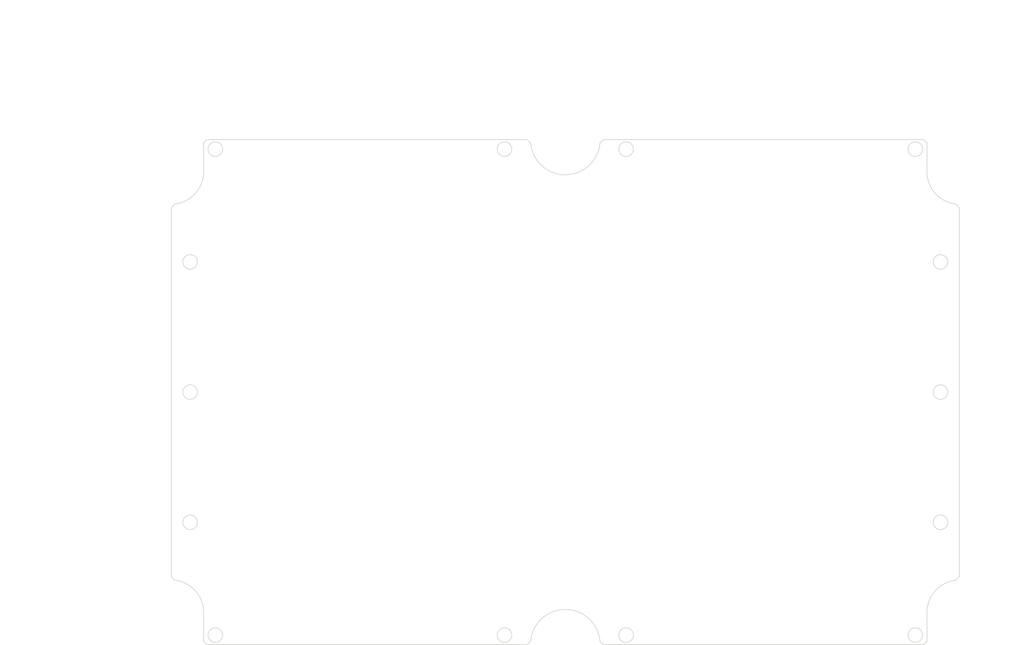
<source format=kicad_pcb>
(kicad_pcb (version 20171130) (host pcbnew "(5.1.0)-1")

  (general
    (thickness 1.6)
    (drawings 116)
    (tracks 0)
    (zones 0)
    (modules 0)
    (nets 1)
  )

  (page A3)
  (layers
    (0 F.Cu signal)
    (31 B.Cu signal)
    (32 B.Adhes user)
    (33 F.Adhes user)
    (34 B.Paste user)
    (35 F.Paste user)
    (36 B.SilkS user)
    (37 F.SilkS user)
    (38 B.Mask user)
    (39 F.Mask user)
    (40 Dwgs.User user)
    (41 Cmts.User user)
    (42 Eco1.User user)
    (43 Eco2.User user)
    (44 Edge.Cuts user)
    (45 Margin user)
    (46 B.CrtYd user)
    (47 F.CrtYd user)
    (48 B.Fab user)
    (49 F.Fab user)
  )

  (setup
    (last_trace_width 0.25)
    (trace_clearance 0.2)
    (zone_clearance 0.508)
    (zone_45_only no)
    (trace_min 0.2)
    (via_size 0.8)
    (via_drill 0.4)
    (via_min_size 0.4)
    (via_min_drill 0.3)
    (uvia_size 0.3)
    (uvia_drill 0.1)
    (uvias_allowed no)
    (uvia_min_size 0.2)
    (uvia_min_drill 0.1)
    (edge_width 0.05)
    (segment_width 0.2)
    (pcb_text_width 0.3)
    (pcb_text_size 1.5 1.5)
    (mod_edge_width 0.12)
    (mod_text_size 1 1)
    (mod_text_width 0.15)
    (pad_size 1.524 1.524)
    (pad_drill 0.762)
    (pad_to_mask_clearance 0.051)
    (solder_mask_min_width 0.25)
    (aux_axis_origin 0 0)
    (visible_elements FFFFFF7F)
    (pcbplotparams
      (layerselection 0x010fc_ffffffff)
      (usegerberextensions false)
      (usegerberattributes false)
      (usegerberadvancedattributes false)
      (creategerberjobfile false)
      (excludeedgelayer true)
      (linewidth 0.152400)
      (plotframeref false)
      (viasonmask false)
      (mode 1)
      (useauxorigin false)
      (hpglpennumber 1)
      (hpglpenspeed 20)
      (hpglpendiameter 15.000000)
      (psnegative false)
      (psa4output false)
      (plotreference true)
      (plotvalue true)
      (plotinvisibletext false)
      (padsonsilk false)
      (subtractmaskfromsilk false)
      (outputformat 1)
      (mirror false)
      (drillshape 1)
      (scaleselection 1)
      (outputdirectory ""))
  )

  (net 0 "")

  (net_class Default "This is the default net class."
    (clearance 0.2)
    (trace_width 0.25)
    (via_dia 0.8)
    (via_drill 0.4)
    (uvia_dia 0.3)
    (uvia_drill 0.1)
  )

  (gr_circle (center 211.304737 222.674476) (end 213.404737 222.674476) (layer Edge.Cuts) (width 0.2))
  (gr_circle (center 120.804737 190.174476) (end 122.904737 190.174476) (layer Edge.Cuts) (width 0.2))
  (gr_circle (center 120.804737 152.674476) (end 122.904737 152.674476) (layer Edge.Cuts) (width 0.2))
  (gr_circle (center 120.804737 115.174476) (end 122.904737 115.174476) (layer Edge.Cuts) (width 0.2))
  (gr_circle (center 128.054737 82.674476) (end 130.154737 82.674476) (layer Edge.Cuts) (width 0.2))
  (gr_circle (center 211.304737 82.674476) (end 213.404737 82.674476) (layer Edge.Cuts) (width 0.2))
  (gr_circle (center 128.054737 222.674476) (end 130.154737 222.674476) (layer Edge.Cuts) (width 0.2))
  (gr_circle (center 246.304737 222.674476) (end 248.404737 222.674476) (layer Edge.Cuts) (width 0.2))
  (gr_circle (center 336.804737 190.174476) (end 338.904737 190.174476) (layer Edge.Cuts) (width 0.2))
  (gr_circle (center 336.804737 152.674476) (end 338.904737 152.674476) (layer Edge.Cuts) (width 0.2))
  (gr_circle (center 336.804737 115.174476) (end 338.904737 115.174476) (layer Edge.Cuts) (width 0.2))
  (gr_circle (center 329.554737 82.674476) (end 331.654737 82.674476) (layer Edge.Cuts) (width 0.2))
  (gr_circle (center 246.304737 82.674476) (end 248.404737 82.674476) (layer Edge.Cuts) (width 0.2))
  (gr_circle (center 329.554737 222.674476) (end 331.654737 222.674476) (layer Edge.Cuts) (width 0.2))
  (gr_line (start 332.915097 80.924476) (end 332.915097 89.174476) (layer Edge.Cuts) (width 0.2))
  (gr_arc (start 342.304737 89.174476) (end 332.915097 89.174476) (angle -83.34809536) (layer Edge.Cuts) (width 0.2))
  (gr_arc (start 342.304737 216.174476) (end 341.217069 206.848045) (angle -83.34809536) (layer Edge.Cuts) (width 0.2))
  (gr_line (start 331.915097 225.424476) (end 239.818598 225.424476) (layer Edge.Cuts) (width 0.2))
  (gr_line (start 332.915097 216.174476) (end 332.915097 224.424476) (layer Edge.Cuts) (width 0.2))
  (gr_line (start 239.818598 79.924476) (end 331.915097 79.924476) (layer Edge.Cuts) (width 0.2))
  (gr_line (start 342.215097 99.563689) (end 342.215097 205.785264) (layer Edge.Cuts) (width 0.2))
  (gr_arc (start 115.304737 89.174476) (end 116.392405 98.500908) (angle -83.34809536) (layer Edge.Cuts) (width 0.2))
  (gr_arc (start 115.304737 216.174476) (end 124.694378 216.174476) (angle -83.34809536) (layer Edge.Cuts) (width 0.2))
  (gr_line (start 125.694378 225.424476) (end 217.790877 225.424476) (layer Edge.Cuts) (width 0.2))
  (gr_line (start 124.694378 216.174476) (end 124.694378 224.424476) (layer Edge.Cuts) (width 0.2))
  (gr_line (start 124.694378 80.924476) (end 124.694378 89.174476) (layer Edge.Cuts) (width 0.2))
  (gr_line (start 217.790877 79.924476) (end 125.694378 79.924476) (layer Edge.Cuts) (width 0.2))
  (gr_arc (start 228.804737 80.049476) (end 218.828334 80.923775) (angle -169.9831749) (layer Edge.Cuts) (width 0.2))
  (gr_arc (start 228.804737 225.299476) (end 238.781141 224.425178) (angle -169.9831749) (layer Edge.Cuts) (width 0.2))
  (gr_line (start 115.394378 99.563689) (end 115.394378 205.785264) (layer Edge.Cuts) (width 0.2))
  (gr_line (start 125.694378 225.424476) (end 124.694378 224.424476) (layer Edge.Cuts) (width 0.2))
  (gr_line (start 124.694378 80.924476) (end 125.694378 79.924476) (layer Edge.Cuts) (width 0.2))
  (gr_line (start 217.790877 79.924476) (end 218.828334 80.923775) (layer Edge.Cuts) (width 0.2))
  (gr_line (start 238.781141 80.923775) (end 239.818598 79.924476) (layer Edge.Cuts) (width 0.2))
  (gr_line (start 218.828334 224.425178) (end 217.790877 225.424476) (layer Edge.Cuts) (width 0.2))
  (gr_line (start 239.818598 225.424476) (end 238.781141 224.425178) (layer Edge.Cuts) (width 0.2))
  (gr_line (start 332.915097 224.424476) (end 331.915097 225.424476) (layer Edge.Cuts) (width 0.2))
  (gr_line (start 331.915097 79.924476) (end 332.915097 80.924476) (layer Edge.Cuts) (width 0.2))
  (gr_line (start 342.215097 205.785264) (end 341.217069 206.848045) (layer Edge.Cuts) (width 0.2))
  (gr_line (start 341.217069 98.500908) (end 342.215097 99.563689) (layer Edge.Cuts) (width 0.2))
  (gr_line (start 115.394378 99.563689) (end 116.392405 98.500908) (layer Edge.Cuts) (width 0.2))
  (gr_line (start 116.392405 206.848045) (end 115.394378 205.785264) (layer Edge.Cuts) (width 0.2))
  (gr_text [2.09] (at 102.553071 124.812582) (layer Dwgs.User)
    (effects (font (size 1.7 1.53) (thickness 0.2125)))
  )
  (gr_text " 53.11" (at 102.553071 121.254567) (layer Dwgs.User)
    (effects (font (size 1.7 1.53) (thickness 0.2125)))
  )
  (gr_line (start 102.553071 150.674476) (end 102.553071 126.481136) (layer Dwgs.User) (width 0.2))
  (gr_line (start 102.553071 101.563689) (end 102.553071 119.365106) (layer Dwgs.User) (width 0.2))
  (gr_line (start 119.804737 152.674476) (end 99.378071 152.674476) (layer Dwgs.User) (width 0.2))
  (gr_line (start 114.394378 99.563689) (end 99.378071 99.563689) (layer Dwgs.User) (width 0.2))
  (gr_text [.21] (at 129.281719 149.160864) (layer Dwgs.User)
    (effects (font (size 1.7 1.53) (thickness 0.2125)))
  )
  (gr_text " 5.41" (at 129.281719 145.603429) (layer Dwgs.User)
    (effects (font (size 1.7 1.53) (thickness 0.2125)))
  )
  (gr_line (start 122.804737 147.271403) (end 126.058697 147.271403) (layer Dwgs.User) (width 0.2))
  (gr_line (start 113.394378 147.271403) (end 111.394378 147.271403) (layer Dwgs.User) (width 0.2))
  (gr_line (start 120.804737 151.674476) (end 120.804737 144.096403) (layer Dwgs.User) (width 0.2))
  (gr_text [2.95] (at 163.788121 154.565487) (layer Dwgs.User)
    (effects (font (size 1.7 1.53) (thickness 0.2125)))
  )
  (gr_text " 75.00" (at 163.788121 151.008052) (layer Dwgs.User)
    (effects (font (size 1.7 1.53) (thickness 0.2125)))
  )
  (gr_line (start 163.788121 188.174476) (end 163.788121 156.233462) (layer Dwgs.User) (width 0.2))
  (gr_line (start 163.788121 117.174476) (end 163.788121 149.118591) (layer Dwgs.User) (width 0.2))
  (gr_line (start 121.804737 190.174476) (end 166.963121 190.174476) (layer Dwgs.User) (width 0.2))
  (gr_line (start 121.804737 115.174476) (end 166.963121 115.174476) (layer Dwgs.User) (width 0.2))
  (gr_text [8.93] (at 212.046915 44.881037) (layer Dwgs.User)
    (effects (font (size 1.7 1.53) (thickness 0.2125)))
  )
  (gr_text " 226.82" (at 212.046915 41.323602) (layer Dwgs.User)
    (effects (font (size 1.7 1.53) (thickness 0.2125)))
  )
  (gr_line (start 340.215097 42.991576) (end 216.74613 42.991576) (layer Dwgs.User) (width 0.2))
  (gr_line (start 117.394378 42.991576) (end 207.347699 42.991576) (layer Dwgs.User) (width 0.2))
  (gr_line (start 342.215097 98.563689) (end 342.215097 39.816576) (layer Dwgs.User) (width 0.2))
  (gr_line (start 115.394378 98.563689) (end 115.394378 39.816576) (layer Dwgs.User) (width 0.2))
  (gr_text [8.20] (at 235.252465 57.979027) (layer Dwgs.User)
    (effects (font (size 1.7 1.53) (thickness 0.2125)))
  )
  (gr_text " 208.22" (at 235.252465 54.421592) (layer Dwgs.User)
    (effects (font (size 1.7 1.53) (thickness 0.2125)))
  )
  (gr_line (start 330.915097 56.089566) (end 239.951681 56.089566) (layer Dwgs.User) (width 0.2))
  (gr_line (start 126.694378 56.089566) (end 230.553249 56.089566) (layer Dwgs.User) (width 0.2))
  (gr_line (start 332.915097 79.924476) (end 332.915097 52.914566) (layer Dwgs.User) (width 0.2))
  (gr_line (start 124.694378 79.924476) (end 124.694378 52.914566) (layer Dwgs.User) (width 0.2))
  (gr_text [7.93] (at 214.321969 70.71933) (layer Dwgs.User)
    (effects (font (size 1.7 1.53) (thickness 0.2125)))
  )
  (gr_text " 201.50" (at 214.321969 67.161895) (layer Dwgs.User)
    (effects (font (size 1.7 1.53) (thickness 0.2125)))
  )
  (gr_line (start 327.554737 68.829869) (end 219.026982 68.829869) (layer Dwgs.User) (width 0.2))
  (gr_line (start 130.054737 68.829869) (end 209.616955 68.829869) (layer Dwgs.User) (width 0.2))
  (gr_line (start 329.554737 81.674476) (end 329.554737 65.654869) (layer Dwgs.User) (width 0.2))
  (gr_line (start 128.054737 81.674476) (end 128.054737 65.654869) (layer Dwgs.User) (width 0.2))
  (gr_text [.11] (at 237.738597 113.052726) (layer Dwgs.User)
    (effects (font (size 1.7 1.53) (thickness 0.2125)))
  )
  (gr_text " 2.75" (at 237.738597 109.495291) (layer Dwgs.User)
    (effects (font (size 1.7 1.53) (thickness 0.2125)))
  )
  (gr_line (start 243.132083 111.163265) (end 241.132083 111.163265) (layer Dwgs.User) (width 0.2))
  (gr_line (start 243.132083 84.674476) (end 243.132083 111.163265) (layer Dwgs.User) (width 0.2))
  (gr_line (start 243.132083 77.924476) (end 243.132083 75.924476) (layer Dwgs.User) (width 0.2))
  (gr_line (start 245.304737 82.674476) (end 239.957083 82.674476) (layer Dwgs.User) (width 0.2))
  (gr_line (start 240.818598 79.924476) (end 246.307083 79.924476) (layer Dwgs.User) (width 0.2))
  (gr_text [5.51] (at 201.304737 154.563937) (layer Dwgs.User)
    (effects (font (size 1.7 1.53) (thickness 0.2125)))
  )
  (gr_text " 140.00" (at 201.304737 151.006502) (layer Dwgs.User)
    (effects (font (size 1.7 1.53) (thickness 0.2125)))
  )
  (gr_line (start 201.304737 220.674476) (end 201.304737 156.231912) (layer Dwgs.User) (width 0.2))
  (gr_line (start 201.304737 84.674476) (end 201.304737 149.117041) (layer Dwgs.User) (width 0.2))
  (gr_line (start 210.304737 82.674476) (end 198.129737 82.674476) (layer Dwgs.User) (width 0.2))
  (gr_text [.37] (at 96.934116 57.979027) (layer Dwgs.User)
    (effects (font (size 1.7 1.53) (thickness 0.2125)))
  )
  (gr_text " 9.30" (at 96.934116 54.421012) (layer Dwgs.User)
    (effects (font (size 1.7 1.53) (thickness 0.2125)))
  )
  (gr_line (start 115.394378 56.089566) (end 100.318325 56.089566) (layer Dwgs.User) (width 0.2))
  (gr_line (start 122.694378 56.089566) (end 117.394378 56.089566) (layer Dwgs.User) (width 0.2))
  (gr_line (start 115.394378 98.563689) (end 115.394378 52.914566) (layer Dwgs.User) (width 0.2))
  (gr_line (start 124.694378 79.924476) (end 124.694378 52.914566) (layer Dwgs.User) (width 0.2))
  (gr_text [5.73] (at 70.830453 145.040486) (layer Dwgs.User)
    (effects (font (size 1.7 1.53) (thickness 0.2125)))
  )
  (gr_text " 145.50" (at 70.830453 141.483051) (layer Dwgs.User)
    (effects (font (size 1.7 1.53) (thickness 0.2125)))
  )
  (gr_line (start 70.830453 223.424476) (end 70.830453 146.708461) (layer Dwgs.User) (width 0.2))
  (gr_line (start 70.830453 81.924476) (end 70.830453 139.59359) (layer Dwgs.User) (width 0.2))
  (gr_line (start 124.694378 225.424476) (end 67.655453 225.424476) (layer Dwgs.User) (width 0.2))
  (gr_line (start 124.694378 79.924476) (end 67.655453 79.924476) (layer Dwgs.User) (width 0.2))
  (gr_text [4.96] (at 86.480278 160.667418) (layer Dwgs.User)
    (effects (font (size 1.7 1.53) (thickness 0.2125)))
  )
  (gr_text " 125.86" (at 86.480278 157.109983) (layer Dwgs.User)
    (effects (font (size 1.7 1.53) (thickness 0.2125)))
  )
  (gr_line (start 86.480278 101.563689) (end 86.480278 155.220522) (layer Dwgs.User) (width 0.2))
  (gr_line (start 86.480278 223.424476) (end 86.480278 162.335392) (layer Dwgs.User) (width 0.2))
  (gr_line (start 114.394378 99.563689) (end 83.305278 99.563689) (layer Dwgs.User) (width 0.2))
  (gr_line (start 124.694378 225.424476) (end 83.305278 225.424476) (layer Dwgs.User) (width 0.2))
  (gr_text [R0.37] (at 138.586669 211.774309) (layer Dwgs.User)
    (effects (font (size 1.7 1.53) (thickness 0.2125)))
  )
  (gr_text " R9.39" (at 138.586669 208.216294) (layer Dwgs.User)
    (effects (font (size 1.7 1.53) (thickness 0.2125)))
  )
  (gr_line (start 131.659535 209.884848) (end 125.935356 212.086218) (layer Dwgs.User) (width 0.2))
  (gr_line (start 134.115898 209.884848) (end 131.659535 209.884848) (layer Dwgs.User) (width 0.2))
  (gr_line (start 336.804737 115.264476) (end 336.804737 115.084476) (layer Dwgs.User) (width 0.2))
  (gr_line (start 336.714737 115.174476) (end 336.894737 115.174476) (layer Dwgs.User) (width 0.2))
  (gr_text " ∅4.20\n[∅0.17]" (at 356.064482 125.39013) (layer Dwgs.User)
    (effects (font (size 1.7 1.53) (thickness 0.2125)))
  )
  (gr_line (start 349.025838 125.39013) (end 339.950466 117.804) (layer Dwgs.User) (width 0.2))
  (gr_line (start 351.527613 125.39013) (end 349.025838 125.39013) (layer Dwgs.User) (width 0.2))

)

</source>
